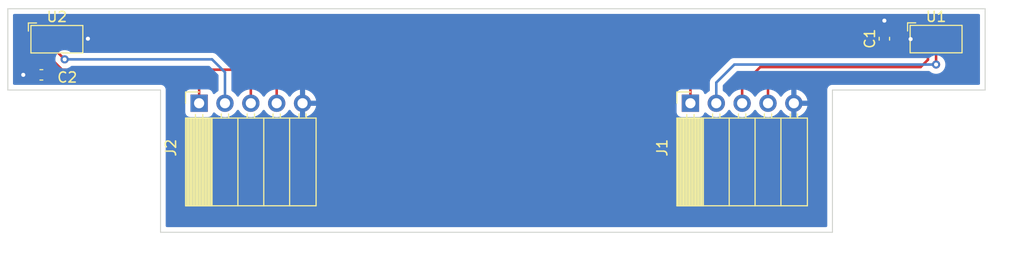
<source format=kicad_pcb>
(kicad_pcb (version 20210424) (generator pcbnew)
  (layers (0 "F.Cu" signal) (31 "B.Cu" signal) (34 "B.Paste" user) (35 "F.Paste" user) (36 "B.SilkS" user "B.Silkscreen") (37 "F.SilkS" user "F.Silkscreen") (38 "B.Mask" user) (39 "F.Mask" user) (44 "Edge.Cuts" user))
  (net 0 "")
  (net 1 "+3V3")
  (net 2 "/SDA")
  (net 3 "/SCL")
  (net 4 "/I1")
  (net 5 "GNDREF")
  (net 6 "/I2")
  (footprint "Sensor_Distance:ST_VL53L1x" (layer "F.Cu") (at 193.18 80.988)
    (fp_text reference "U1" (at 0 -2.2) (layer "F.SilkS"))
    (fp_text value "VL53L0X")
    (fp_line (start 2.55 1.35) (end 2.55 -1.35) (layer "F.SilkS") (width 0.12))
    (fp_line (start -2.55 -1.35) (end -2.55 1.35) (layer "F.SilkS") (width 0.12))
    (fp_line (start -2.8 -1.6) (end -2 -1.6) (layer "F.SilkS") (width 0.12))
    (fp_line (start 2.55 -1.35) (end -2.55 -1.35) (layer "F.SilkS") (width 0.12))
    (fp_line (start -2.55 1.35) (end 2.55 1.35) (layer "F.SilkS") (width 0.12))
    (fp_line (start -2.8 -0.8) (end -2.8 -1.6) (layer "F.SilkS") (width 0.12))
    (pad "1" smd roundrect locked (at -1.74 -0.675) (size 0.38 0.25) (layers "F.Cu" "F.Paste" "F.Mask") (net 1 "+3V3"))
    (pad "1" smd roundrect locked (at -1.6 -0.8) (size 0.5 0.5) (layers "F.Cu" "F.Paste" "F.Mask") (net 1 "+3V3"))
    (pad "2" smd roundrect locked (at -0.8 -0.8) (size 0.5 0.5) (layers "F.Cu" "F.Paste" "F.Mask") (net 5 "GNDREF"))
    (pad "3" smd roundrect locked (at 0 -0.8) (size 0.5 0.5) (layers "F.Cu" "F.Paste" "F.Mask") (net 5 "GNDREF"))
    (pad "4" smd roundrect locked (at 0.8 -0.8) (size 0.5 0.5) (layers "F.Cu" "F.Paste" "F.Mask") (net 5 "GNDREF"))
    (pad "5" smd roundrect locked (at 1.6 -0.8) (size 0.5 0.5) (layers "F.Cu" "F.Paste" "F.Mask") (net 4 "/I1"))
    (pad "6" smd roundrect locked (at 1.6 0) (size 0.5 0.5) (layers "F.Cu" "F.Paste" "F.Mask") (net 5 "GNDREF"))
    (pad "7" smd roundrect locked (at 1.6 0.8) (size 0.5 0.5) (layers "F.Cu" "F.Paste" "F.Mask"))
    (pad "8" smd roundrect locked (at 0.8 0.8) (size 0.5 0.5) (layers "F.Cu" "F.Paste" "F.Mask"))
    (pad "9" smd roundrect locked (at 0 0.8) (size 0.5 0.5) (layers "F.Cu" "F.Paste" "F.Mask") (net 2 "/SDA"))
    (pad "10" smd roundrect locked (at -0.8 0.8) (size 0.5 0.5) (layers "F.Cu" "F.Paste" "F.Mask") (net 3 "/SCL"))
    (pad "11" smd roundrect locked (at -1.6 0.8) (size 0.5 0.5) (layers "F.Cu" "F.Paste" "F.Mask") (net 1 "+3V3"))
    (pad "12" smd roundrect locked (at -1.6 0) (size 0.5 0.5) (layers "F.Cu" "F.Paste" "F.Mask") (net 5 "GNDREF"))
  )
  (footprint "Sensor_Distance:ST_VL53L1x" (layer "F.Cu") (at 106.82 81)
    (fp_text reference "U2" (at 0 -2.2) (layer "F.SilkS"))
    (fp_text value "VL53L0X")
    (fp_line (start -2.8 -1.6) (end -2 -1.6) (layer "F.SilkS") (width 0.12))
    (fp_line (start -2.55 1.35) (end 2.55 1.35) (layer "F.SilkS") (width 0.12))
    (fp_line (start -2.8 -0.8) (end -2.8 -1.6) (layer "F.SilkS") (width 0.12))
    (fp_line (start 2.55 1.35) (end 2.55 -1.35) (layer "F.SilkS") (width 0.12))
    (fp_line (start -2.55 -1.35) (end -2.55 1.35) (layer "F.SilkS") (width 0.12))
    (fp_line (start 2.55 -1.35) (end -2.55 -1.35) (layer "F.SilkS") (width 0.12))
    (pad "1" smd roundrect locked (at -1.6 -0.8) (size 0.5 0.5) (layers "F.Cu" "F.Paste" "F.Mask") (net 1 "+3V3"))
    (pad "1" smd roundrect locked (at -1.74 -0.675) (size 0.38 0.25) (layers "F.Cu" "F.Paste" "F.Mask") (net 1 "+3V3"))
    (pad "2" smd roundrect locked (at -0.8 -0.8) (size 0.5 0.5) (layers "F.Cu" "F.Paste" "F.Mask") (net 5 "GNDREF"))
    (pad "3" smd roundrect locked (at 0 -0.8) (size 0.5 0.5) (layers "F.Cu" "F.Paste" "F.Mask") (net 5 "GNDREF"))
    (pad "4" smd roundrect locked (at 0.8 -0.8) (size 0.5 0.5) (layers "F.Cu" "F.Paste" "F.Mask") (net 5 "GNDREF"))
    (pad "5" smd roundrect locked (at 1.6 -0.8) (size 0.5 0.5) (layers "F.Cu" "F.Paste" "F.Mask") (net 6 "/I2"))
    (pad "6" smd roundrect locked (at 1.6 0) (size 0.5 0.5) (layers "F.Cu" "F.Paste" "F.Mask") (net 5 "GNDREF"))
    (pad "7" smd roundrect locked (at 1.6 0.8) (size 0.5 0.5) (layers "F.Cu" "F.Paste" "F.Mask"))
    (pad "8" smd roundrect locked (at 0.8 0.8) (size 0.5 0.5) (layers "F.Cu" "F.Paste" "F.Mask"))
    (pad "9" smd roundrect locked (at 0 0.8) (size 0.5 0.5) (layers "F.Cu" "F.Paste" "F.Mask") (net 2 "/SDA"))
    (pad "10" smd roundrect locked (at -0.8 0.8) (size 0.5 0.5) (layers "F.Cu" "F.Paste" "F.Mask") (net 3 "/SCL"))
    (pad "11" smd roundrect locked (at -1.6 0.8) (size 0.5 0.5) (layers "F.Cu" "F.Paste" "F.Mask") (net 1 "+3V3"))
    (pad "12" smd roundrect locked (at -1.6 0) (size 0.5 0.5) (layers "F.Cu" "F.Paste" "F.Mask") (net 5 "GNDREF"))
  )
  (footprint "Capacitor_SMD:C_0603_1608Metric" (layer "F.Cu") (at 105.296 84.506 180)
    (fp_text reference "C2" (at -2.54 -0.254) (layer "F.SilkS"))
    (fp_text value "100nF")
    (fp_line (start -0.14058 -0.51) (end 0.14058 -0.51) (layer "F.SilkS") (width 0.12))
    (fp_line (start -0.14058 0.51) (end 0.14058 0.51) (layer "F.SilkS") (width 0.12))
    (pad "1" smd roundrect locked (at -0.775 0 180) (size 0.9 0.95) (layers "F.Cu" "F.Paste" "F.Mask") (net 1 "+3V3"))
    (pad "2" smd roundrect locked (at 0.775 0 180) (size 0.9 0.95) (layers "F.Cu" "F.Paste" "F.Mask") (net 5 "GNDREF"))
  )
  (footprint "Capacitor_SMD:C_0603_1608Metric" (layer "F.Cu") (at 188.1 80.95 90)
    (fp_text reference "C1" (at 0 -1.43 90) (layer "F.SilkS"))
    (fp_text value "100nF")
    (fp_line (start -0.14058 -0.51) (end 0.14058 -0.51) (layer "F.SilkS") (width 0.12))
    (fp_line (start -0.14058 0.51) (end 0.14058 0.51) (layer "F.SilkS") (width 0.12))
    (pad "1" smd roundrect locked (at -0.775 0 90) (size 0.9 0.95) (layers "F.Cu" "F.Paste" "F.Mask") (net 1 "+3V3"))
    (pad "2" smd roundrect locked (at 0.775 0 90) (size 0.9 0.95) (layers "F.Cu" "F.Paste" "F.Mask") (net 5 "GNDREF"))
  )
  (footprint "Connector_PinSocket_2.54mm:PinSocket_1x05_P2.54mm_Horizontal" (layer "F.Cu") (at 169.05 87.3 90)
    (fp_text reference "J1" (at -4.38 -2.77 90) (layer "F.SilkS"))
    (fp_text value "Conn_01x05")
    (fp_line (start -10.09 -0.383335) (end -1.46 -0.383335) (layer "F.SilkS") (width 0.12))
    (fp_line (start -10.09 -0.147145) (end -1.46 -0.147145) (layer "F.SilkS") (width 0.12))
    (fp_line (start -10.09 0.089045) (end -1.46 0.089045) (layer "F.SilkS") (width 0.12))
    (fp_line (start -10.09 8.89) (end -1.46 8.89) (layer "F.SilkS") (width 0.12))
    (fp_line (start -1.46 -1.33) (end -1.46 11.49) (layer "F.SilkS") (width 0.12))
    (fp_line (start -1.46 7.98) (end -1.05 7.98) (layer "F.SilkS") (width 0.12))
    (fp_line (start -10.09 -1.21) (end -1.46 -1.21) (layer "F.SilkS") (width 0.12))
    (fp_line (start -10.09 0.561425) (end -1.46 0.561425) (layer "F.SilkS") (width 0.12))
    (fp_line (start -1.46 9.8) (end -1.05 9.8) (layer "F.SilkS") (width 0.12))
    (fp_line (start -10.09 3.81) (end -1.46 3.81) (layer "F.SilkS") (width 0.12))
    (fp_line (start -10.09 1.1519) (end -1.46 1.1519) (layer "F.SilkS") (width 0.12))
    (fp_line (start -10.09 -0.02905) (end -1.46 -0.02905) (layer "F.SilkS") (width 0.12))
    (fp_line (start -1.46 2.9) (end -1.05 2.9) (layer "F.SilkS") (width 0.12))
    (fp_line (start -10.09 6.35) (end -1.46 6.35) (layer "F.SilkS") (width 0.12))
    (fp_line (start -10.09 0.20714) (end -1.46 0.20714) (layer "F.SilkS") (width 0.12))
    (fp_line (start -10.09 0.325235) (end -1.46 0.325235) (layer "F.SilkS") (width 0.12))
    (fp_line (start -10.09 11.49) (end -1.46 11.49) (layer "F.SilkS") (width 0.12))
    (fp_line (start -1.46 2.18) (end -1.05 2.18) (layer "F.SilkS") (width 0.12))
    (fp_line (start -10.09 0.44333) (end -1.46 0.44333) (layer "F.SilkS") (width 0.12))
    (fp_line (start -10.09 -1.33) (end -1.46 -1.33) (layer "F.SilkS") (width 0.12))
    (fp_line (start -1.46 4.72) (end -1.05 4.72) (layer "F.SilkS") (width 0.12))
    (fp_line (start -1.46 7.26) (end -1.05 7.26) (layer "F.SilkS") (width 0.12))
    (fp_line (start -10.09 -1.091905) (end -1.46 -1.091905) (layer "F.SilkS") (width 0.12))
    (fp_line (start -1.46 10.52) (end -1.05 10.52) (layer "F.SilkS") (width 0.12))
    (fp_line (start 1.11 -1.33) (end 1.11 0) (layer "F.SilkS") (width 0.12))
    (fp_line (start -10.09 1.033805) (end -1.46 1.033805) (layer "F.SilkS") (width 0.12))
    (fp_line (start -10.09 -0.97381) (end -1.46 -0.97381) (layer "F.SilkS") (width 0.12))
    (fp_line (start -10.09 -0.73762) (end -1.46 -0.73762) (layer "F.SilkS") (width 0.12))
    (fp_line (start 0 -1.33) (end 1.11 -1.33) (layer "F.SilkS") (width 0.12))
    (fp_line (start -10.09 0.797615) (end -1.46 0.797615) (layer "F.SilkS") (width 0.12))
    (fp_line (start -10.09 0.91571) (end -1.46 0.91571) (layer "F.SilkS") (width 0.12))
    (fp_line (start -1.46 5.44) (end -1.05 5.44) (layer "F.SilkS") (width 0.12))
    (fp_line (start -10.09 -1.33) (end -10.09 11.49) (layer "F.SilkS") (width 0.12))
    (fp_line (start -10.09 1.27) (end -1.46 1.27) (layer "F.SilkS") (width 0.12))
    (fp_line (start -10.09 -0.855715) (end -1.46 -0.855715) (layer "F.SilkS") (width 0.12))
    (fp_line (start -10.09 -0.619525) (end -1.46 -0.619525) (layer "F.SilkS") (width 0.12))
    (fp_line (start -1.46 0.36) (end -1.11 0.36) (layer "F.SilkS") (width 0.12))
    (fp_line (start -10.09 -0.26524) (end -1.46 -0.26524) (layer "F.SilkS") (width 0.12))
    (fp_line (start -10.09 0.67952) (end -1.46 0.67952) (layer "F.SilkS") (width 0.12))
    (fp_line (start -1.46 -0.36) (end -1.11 -0.36) (layer "F.SilkS") (width 0.12))
    (fp_line (start -10.09 -0.50143) (end -1.46 -0.50143) (layer "F.SilkS") (width 0.12))
    (pad "1" thru_hole rect locked (at 0 0 90) (size 1.7 1.7) (drill 1) (layers *.Cu *.Mask) (net 1 "+3V3"))
    (pad "2" thru_hole oval locked (at 0 2.54 90) (size 1.7 1.7) (drill 1) (layers *.Cu *.Mask) (net 2 "/SDA"))
    (pad "3" thru_hole oval locked (at 0 5.08 90) (size 1.7 1.7) (drill 1) (layers *.Cu *.Mask) (net 3 "/SCL"))
    (pad "4" thru_hole oval locked (at 0 7.62 90) (size 1.7 1.7) (drill 1) (layers *.Cu *.Mask) (net 4 "/I1"))
    (pad "5" thru_hole oval locked (at 0 10.16 90) (size 1.7 1.7) (drill 1) (layers *.Cu *.Mask) (net 5 "GNDREF"))
  )
  (footprint "Connector_PinSocket_2.54mm:PinSocket_1x05_P2.54mm_Horizontal" (layer "F.Cu") (at 120.79 87.3 90)
    (fp_text reference "J2" (at -4.38 -2.77 90) (layer "F.SilkS"))
    (fp_text value "Conn_01x05")
    (fp_line (start -10.09 8.89) (end -1.46 8.89) (layer "F.SilkS") (width 0.12))
    (fp_line (start -10.09 0.91571) (end -1.46 0.91571) (layer "F.SilkS") (width 0.12))
    (fp_line (start -10.09 -0.97381) (end -1.46 -0.97381) (layer "F.SilkS") (width 0.12))
    (fp_line (start -10.09 -0.50143) (end -1.46 -0.50143) (layer "F.SilkS") (width 0.12))
    (fp_line (start -10.09 -0.619525) (end -1.46 -0.619525) (layer "F.SilkS") (width 0.12))
    (fp_line (start -10.09 0.089045) (end -1.46 0.089045) (layer "F.SilkS") (width 0.12))
    (fp_line (start 0 -1.33) (end 1.11 -1.33) (layer "F.SilkS") (width 0.12))
    (fp_line (start -10.09 -1.33) (end -1.46 -1.33) (layer "F.SilkS") (width 0.12))
    (fp_line (start -10.09 3.81) (end -1.46 3.81) (layer "F.SilkS") (width 0.12))
    (fp_line (start -10.09 -0.383335) (end -1.46 -0.383335) (layer "F.SilkS") (width 0.12))
    (fp_line (start -10.09 -0.73762) (end -1.46 -0.73762) (layer "F.SilkS") (width 0.12))
    (fp_line (start -10.09 -1.21) (end -1.46 -1.21) (layer "F.SilkS") (width 0.12))
    (fp_line (start -1.46 10.52) (end -1.05 10.52) (layer "F.SilkS") (width 0.12))
    (fp_line (start -10.09 -0.02905) (end -1.46 -0.02905) (layer "F.SilkS") (width 0.12))
    (fp_line (start -1.46 7.26) (end -1.05 7.26) (layer "F.SilkS") (width 0.12))
    (fp_line (start -10.09 -1.091905) (end -1.46 -1.091905) (layer "F.SilkS") (width 0.12))
    (fp_line (start -10.09 1.033805) (end -1.46 1.033805) (layer "F.SilkS") (width 0.12))
    (fp_line (start -1.46 2.9) (end -1.05 2.9) (layer "F.SilkS") (width 0.12))
    (fp_line (start -1.46 -0.36) (end -1.11 -0.36) (layer "F.SilkS") (width 0.12))
    (fp_line (start -10.09 1.1519) (end -1.46 1.1519) (layer "F.SilkS") (width 0.12))
    (fp_line (start -10.09 -0.855715) (end -1.46 -0.855715) (layer "F.SilkS") (width 0.12))
    (fp_line (start -10.09 0.67952) (end -1.46 0.67952) (layer "F.SilkS") (width 0.12))
    (fp_line (start -1.46 7.98) (end -1.05 7.98) (layer "F.SilkS") (width 0.12))
    (fp_line (start -10.09 -1.33) (end -10.09 11.49) (layer "F.SilkS") (width 0.12))
    (fp_line (start -10.09 0.325235) (end -1.46 0.325235) (layer "F.SilkS") (width 0.12))
    (fp_line (start -10.09 6.35) (end -1.46 6.35) (layer "F.SilkS") (width 0.12))
    (fp_line (start -10.09 1.27) (end -1.46 1.27) (layer "F.SilkS") (width 0.12))
    (fp_line (start -1.46 5.44) (end -1.05 5.44) (layer "F.SilkS") (width 0.12))
    (fp_line (start -10.09 -0.26524) (end -1.46 -0.26524) (layer "F.SilkS") (width 0.12))
    (fp_line (start -1.46 2.18) (end -1.05 2.18) (layer "F.SilkS") (width 0.12))
    (fp_line (start -1.46 4.72) (end -1.05 4.72) (layer "F.SilkS") (width 0.12))
    (fp_line (start -1.46 9.8) (end -1.05 9.8) (layer "F.SilkS") (width 0.12))
    (fp_line (start -10.09 0.44333) (end -1.46 0.44333) (layer "F.SilkS") (width 0.12))
    (fp_line (start -10.09 11.49) (end -1.46 11.49) (layer "F.SilkS") (width 0.12))
    (fp_line (start -10.09 0.561425) (end -1.46 0.561425) (layer "F.SilkS") (width 0.12))
    (fp_line (start -10.09 0.797615) (end -1.46 0.797615) (layer "F.SilkS") (width 0.12))
    (fp_line (start -1.46 -1.33) (end -1.46 11.49) (layer "F.SilkS") (width 0.12))
    (fp_line (start -1.46 0.36) (end -1.11 0.36) (layer "F.SilkS") (width 0.12))
    (fp_line (start 1.11 -1.33) (end 1.11 0) (layer "F.SilkS") (width 0.12))
    (fp_line (start -10.09 0.20714) (end -1.46 0.20714) (layer "F.SilkS") (width 0.12))
    (fp_line (start -10.09 -0.147145) (end -1.46 -0.147145) (layer "F.SilkS") (width 0.12))
    (pad "1" thru_hole rect locked (at 0 0 90) (size 1.7 1.7) (drill 1) (layers *.Cu *.Mask) (net 1 "+3V3"))
    (pad "2" thru_hole oval locked (at 0 2.54 90) (size 1.7 1.7) (drill 1) (layers *.Cu *.Mask) (net 2 "/SDA"))
    (pad "3" thru_hole oval locked (at 0 5.08 90) (size 1.7 1.7) (drill 1) (layers *.Cu *.Mask) (net 3 "/SCL"))
    (pad "4" thru_hole oval locked (at 0 7.62 90) (size 1.7 1.7) (drill 1) (layers *.Cu *.Mask) (net 6 "/I2"))
    (pad "5" thru_hole oval locked (at 0 10.16 90) (size 1.7 1.7) (drill 1) (layers *.Cu *.Mask) (net 5 "GNDREF"))
  )
  (gr_line (start 198 86) (end 198 78) (layer "Edge.Cuts") (width 0.1))
  (gr_line (start 183 100) (end 183 86) (layer "Edge.Cuts") (width 0.1))
  (gr_line (start 183 86) (end 198 86) (layer "Edge.Cuts") (width 0.1))
  (gr_line (start 117 100) (end 117 86) (layer "Edge.Cuts") (width 0.1))
  (gr_line (start 102 78) (end 198 78) (layer "Edge.Cuts") (width 0.1))
  (gr_line (start 102 86) (end 102 78) (layer "Edge.Cuts") (width 0.1))
  (gr_line (start 117 86) (end 102 86) (layer "Edge.Cuts") (width 0.1))
  (gr_line (start 117 100) (end 183 100) (layer "Edge.Cuts") (width 0.1))
  (segment (start 104.534 80.442) (end 104.534 81.458) (width 0.25) (layer "F.Cu") (net 1))
  (segment (start 105.22 81.8) (end 105.22 82.906) (width 0.25) (layer "F.Cu") (net 1))
  (segment (start 104.534 81.458) (end 104.876 81.8) (width 0.25) (layer "F.Cu") (net 1))
  (segment (start 105.22 80.2) (end 104.776 80.2) (width 0.25) (layer "F.Cu") (net 1))
  (segment (start 169.05 85.522) (end 172.784 81.788) (width 0.25) (layer "F.Cu") (net 1))
  (segment (start 172.784 81.788) (end 191.58 81.788) (width 0.25) (layer "F.Cu") (net 1))
  (segment (start 104.776 80.2) (end 104.534 80.442) (width 0.25) (layer "F.Cu") (net 1))
  (segment (start 105.22 82.906) (end 106.071 83.757) (width 0.25) (layer "F.Cu") (net 1))
  (segment (start 191.58 80.188) (end 191.148 80.188) (width 0.25) (layer "F.Cu") (net 1))
  (segment (start 120.79 87.3) (end 120.79 85.268) (width 0.25) (layer "F.Cu") (net 1))
  (segment (start 189.624 80.442) (end 189.624 81.712) (width 0.25) (layer "F.Cu") (net 1))
  (segment (start 106.071 83.757) (end 106.071 84.506) (width 0.25) (layer "F.Cu") (net 1))
  (segment (start 189.624 81.712) (end 189.548 81.788) (width 0.25) (layer "F.Cu") (net 1))
  (segment (start 104.876 81.8) (end 105.22 81.8) (width 0.25) (layer "F.Cu") (net 1))
  (segment (start 106.071 84.506) (end 120.028 84.506) (width 0.25) (layer "F.Cu") (net 1))
  (segment (start 189.878 80.188) (end 191.148 80.188) (width 0.25) (layer "F.Cu") (net 1))
  (segment (start 169.05 87.3) (end 169.05 85.522) (width 0.25) (layer "F.Cu") (net 1))
  (segment (start 120.79 85.268) (end 120.028 84.506) (width 0.25) (layer "F.Cu") (net 1))
  (segment (start 189.878 80.188) (end 189.624 80.442) (width 0.25) (layer "F.Cu") (net 1))
  (segment (start 107.582 82.982) (end 106.82 82.22) (width 0.25) (layer "F.Cu") (net 2))
  (segment (start 193.18 81.788) (end 193.18 83.49) (width 0.25) (layer "F.Cu") (net 2))
  (segment (start 106.82 82.22) (end 106.82 81.8) (width 0.25) (layer "F.Cu") (net 2))
  (via (at 107.582 82.982) (size 0.8) (drill 0.4) (layers "F.Cu" "B.Cu") (net 2))
  (via (at 193.18 83.49) (size 0.8) (drill 0.4) (layers "F.Cu" "B.Cu") (net 2))
  (segment (start 171.59 85.268) (end 173.368 83.49) (width 0.25) (layer "B.Cu") (net 2))
  (segment (start 171.59 87.3) (end 171.59 85.268) (width 0.25) (layer "B.Cu") (net 2))
  (segment (start 122.06 82.982) (end 123.33 84.252) (width 0.25) (layer "B.Cu") (net 2))
  (segment (start 107.582 82.982) (end 122.06 82.982) (width 0.25) (layer "B.Cu") (net 2))
  (segment (start 173.368 83.49) (end 193.18 83.49) (width 0.25) (layer "B.Cu") (net 2))
  (segment (start 123.33 84.252) (end 123.33 87.3) (width 0.25) (layer "B.Cu") (net 2))
  (segment (start 174.13 87.3) (end 174.13 85.522) (width 0.25) (layer "F.Cu") (net 3))
  (segment (start 192.38 83.02) (end 192.38 81.788) (width 0.25) (layer "F.Cu") (net 3))
  (segment (start 125.87 85.522) (end 125.87 87.3) (width 0.25) (layer "F.Cu") (net 3))
  (segment (start 175.908 83.744) (end 191.656 83.744) (width 0.25) (layer "F.Cu") (net 3))
  (segment (start 106.058 81.838) (end 106.058 82.728) (width 0.25) (layer "F.Cu") (net 3))
  (segment (start 124.346 83.998) (end 125.87 85.522) (width 0.25) (layer "F.Cu") (net 3))
  (segment (start 107.328 83.998) (end 124.346 83.998) (width 0.25) (layer "F.Cu") (net 3))
  (segment (start 191.656 83.744) (end 192.38 83.02) (width 0.25) (layer "F.Cu") (net 3))
  (segment (start 174.13 85.522) (end 175.908 83.744) (width 0.25) (layer "F.Cu") (net 3))
  (segment (start 106.058 82.728) (end 107.328 83.998) (width 0.25) (layer "F.Cu") (net 3))
  (segment (start 194.45 84.76) (end 196.228 82.982) (width 0.25) (layer "F.Cu") (net 4))
  (segment (start 177.686 84.76) (end 194.45 84.76) (width 0.25) (layer "F.Cu") (net 4))
  (segment (start 176.67 85.776) (end 177.686 84.76) (width 0.25) (layer "F.Cu") (net 4))
  (segment (start 176.67 87.3) (end 176.67 85.776) (width 0.25) (layer "F.Cu") (net 4))
  (segment (start 196.228 82.982) (end 196.228 80.696) (width 0.25) (layer "F.Cu") (net 4))
  (segment (start 196.228 80.696) (end 195.72 80.188) (width 0.25) (layer "F.Cu") (net 4))
  (segment (start 195.72 80.188) (end 194.78 80.188) (width 0.25) (layer "F.Cu") (net 4))
  (segment (start 193.98 80.188) (end 193.98 80.988) (width 0.25) (layer "F.Cu") (net 5))
  (segment (start 105.22 81) (end 106.008 81) (width 0.25) (layer "F.Cu") (net 5))
  (segment (start 104.521 84.506) (end 103.518 84.506) (width 0.25) (layer "F.Cu") (net 5))
  (segment (start 192.38 80.912) (end 192.456 80.988) (width 0.25) (layer "F.Cu") (net 5))
  (segment (start 193.18 80.188) (end 193.18 80.95) (width 0.25) (layer "F.Cu") (net 5))
  (segment (start 106.008 81) (end 106.87 81) (width 0.25) (layer "F.Cu") (net 5))
  (segment (start 106.87 81) (end 107.632 81) (width 0.25) (layer "F.Cu") (net 5))
  (segment (start 106.82 80.2) (end 106.82 80.95) (width 0.25) (layer "F.Cu") (net 5))
  (segment (start 191.58 80.988) (end 190.678 80.988) (width 0.25) (layer "F.Cu") (net 5))
  (segment (start 194.78 80.988) (end 193.98 80.988) (width 0.25) (layer "F.Cu") (net 5))
  (segment (start 188.1 79.172) (end 188.1 80.175) (width 0.25) (layer "F.Cu") (net 5))
  (segment (start 106.82 80.95) (end 106.87 81) (width 0.25) (layer "F.Cu") (net 5))
  (segment (start 193.142 80.988) (end 192.456 80.988) (width 0.25) (layer "F.Cu") (net 5))
  (segment (start 107.62 80.2) (end 107.62 80.988) (width 0.25) (layer "F.Cu") (net 5))
  (segment (start 109.818 81) (end 109.868 80.95) (width 0.25) (layer "F.Cu") (net 5))
  (segment (start 107.632 81) (end 108.42 81) (width 0.25) (layer "F.Cu") (net 5))
  (segment (start 193.18 80.95) (end 193.142 80.988) (width 0.25) (layer "F.Cu") (net 5))
  (segment (start 192.38 80.188) (end 192.38 80.912) (width 0.25) (layer "F.Cu") (net 5))
  (segment (start 107.62 80.988) (end 107.632 81) (width 0.25) (layer "F.Cu") (net 5))
  (segment (start 193.98 80.988) (end 193.142 80.988) (width 0.25) (layer "F.Cu") (net 5))
  (segment (start 192.456 80.988) (end 191.58 80.988) (width 0.25) (layer "F.Cu") (net 5))
  (segment (start 108.42 81) (end 109.818 81) (width 0.25) (layer "F.Cu") (net 5))
  (segment (start 106.02 80.2) (end 106.02 80.988) (width 0.25) (layer "F.Cu") (net 5))
  (segment (start 190.678 80.988) (end 190.64 80.95) (width 0.25) (layer "F.Cu") (net 5))
  (segment (start 106.02 80.988) (end 106.008 81) (width 0.25) (layer "F.Cu") (net 5))
  (via (at 103.518 84.506) (size 0.8) (drill 0.4) (layers "F.Cu" "B.Cu") (net 5))
  (via (at 190.678 80.988) (size 0.8) (drill 0.4) (layers "F.Cu" "B.Cu") (net 5))
  (via (at 109.868 80.95) (size 0.8) (drill 0.4) (layers "F.Cu" "B.Cu") (net 5))
  (via (at 188.1 79.172) (size 0.8) (drill 0.4) (layers "F.Cu" "B.Cu") (net 5))
  (segment (start 128.41 84.252) (end 128.41 87.3) (width 0.25) (layer "F.Cu") (net 6))
  (segment (start 124.358 80.2) (end 128.41 84.252) (width 0.25) (layer "F.Cu") (net 6))
  (segment (start 108.42 80.2) (end 124.358 80.2) (width 0.25) (layer "F.Cu") (net 6))
  (zone (net 5) (net_name "GNDREF") (layer "B.Cu") (connect_pads (clearance 0.508)) (min_thickness 0.254) (fill yes (thermal_gap 0.508) (thermal_bridge_width 0.508))
    (polygon (pts (xy 201.308 103.556) (xy 101.232 103.81) (xy 101.486 103.556) (xy 101.232 77.648) (xy 201.816 77.14)))
  )
)
</source>
